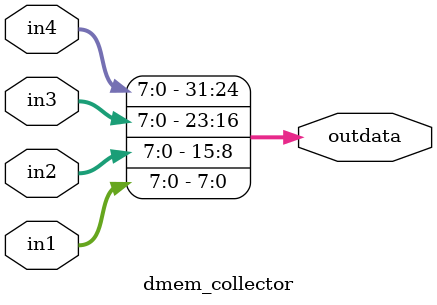
<source format=v>


module dmem_collector( in1,in2,in3,in4,outdata );
input[7:0] in1,in2,in3,in4;
output[31:0] outdata;

assign outdata={in4,in3,in2,in1};
//<statements>

endmodule


</source>
